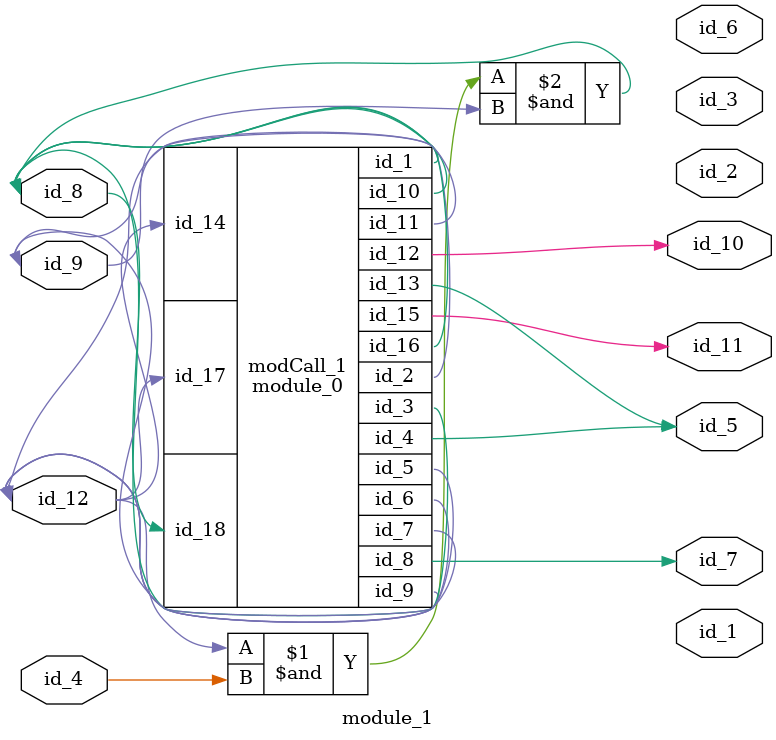
<source format=v>
module module_0 (
    id_1,
    id_2,
    id_3,
    id_4,
    id_5,
    id_6,
    id_7,
    id_8,
    id_9,
    id_10,
    id_11,
    id_12,
    id_13,
    id_14,
    id_15,
    id_16,
    id_17,
    id_18
);
  input wire id_18;
  input wire id_17;
  inout wire id_16;
  output wire id_15;
  input wire id_14;
  output wire id_13;
  output wire id_12;
  inout wire id_11;
  inout wire id_10;
  output wire id_9;
  output wire id_8;
  inout wire id_7;
  inout wire id_6;
  inout wire id_5;
  output wire id_4;
  inout wire id_3;
  inout wire id_2;
  inout wire id_1;
  wire id_19;
  ;
endmodule
module module_1 (
    id_1,
    id_2,
    id_3,
    id_4,
    id_5,
    id_6,
    id_7,
    id_8,
    id_9,
    id_10,
    id_11,
    id_12
);
  inout wire id_12;
  output wire id_11;
  output wire id_10;
  inout wire id_9;
  inout wire id_8;
  output wire id_7;
  module_0 modCall_1 (
      id_8,
      id_12,
      id_8,
      id_5,
      id_9,
      id_12,
      id_12,
      id_7,
      id_12,
      id_8,
      id_9,
      id_10,
      id_5,
      id_12,
      id_11,
      id_8,
      id_12,
      id_8
  );
  output wire id_6;
  output wire id_5;
  input wire id_4;
  output wire id_3;
  output wire id_2;
  output wire id_1;
  wire id_13;
  ;
  and primCall (id_8, id_12, id_4, id_9);
endmodule

</source>
